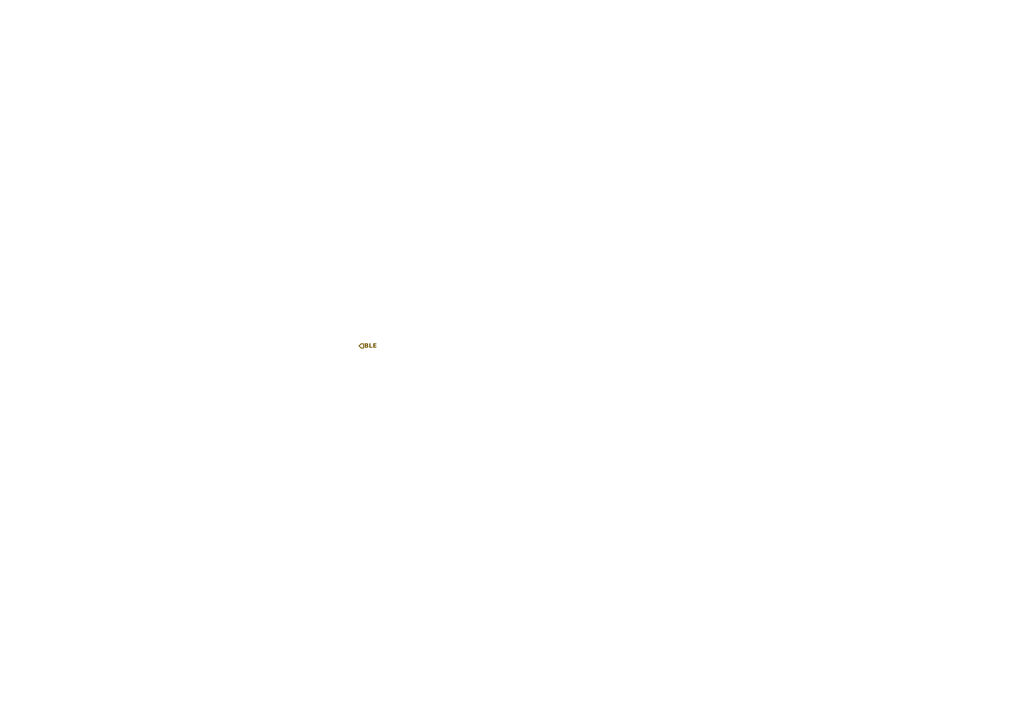
<source format=kicad_sch>
(kicad_sch
	(version 20240101)
	(generator "eeschema")
	(generator_version "8.99")
	(uuid "50644320-b1c8-4d2e-8c9f-a1ffd7c346bc")
	(paper "A4")
	(lib_symbols)
	(hierarchical_label "BLE"
		(shape input)
		(at 104.14 100.33 0)
		(fields_autoplaced yes)
		(effects
			(font
				(face "JetBrains Mono")
				(size 1.27 1.27)
				(thickness 0.254)
				(bold yes)
			)
			(justify left)
		)
		(uuid "4effd4a5-7b3d-4bf2-af89-d4cb94979183")
	)
)
</source>
